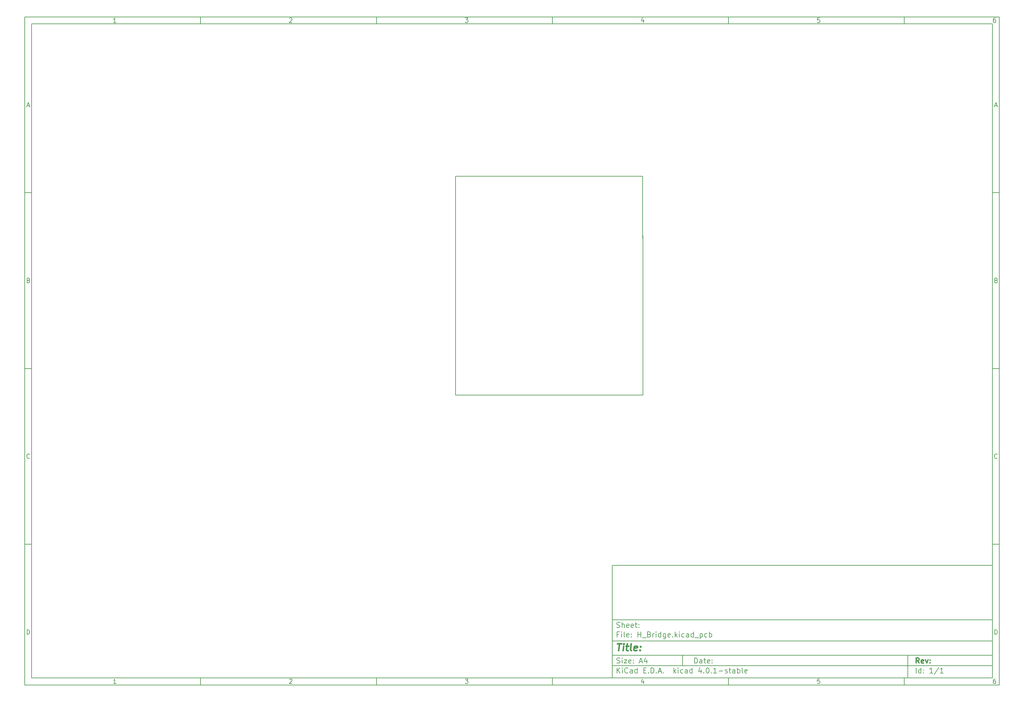
<source format=gbr>
G04 #@! TF.FileFunction,Profile,NP*
%FSLAX46Y46*%
G04 Gerber Fmt 4.6, Leading zero omitted, Abs format (unit mm)*
G04 Created by KiCad (PCBNEW 4.0.1-stable) date 2/4/2016 7:17:40 PM*
%MOMM*%
G01*
G04 APERTURE LIST*
%ADD10C,0.100000*%
%ADD11C,0.150000*%
%ADD12C,0.300000*%
%ADD13C,0.400000*%
G04 APERTURE END LIST*
D10*
D11*
X177002200Y-166007200D02*
X177002200Y-198007200D01*
X285002200Y-198007200D01*
X285002200Y-166007200D01*
X177002200Y-166007200D01*
D10*
D11*
X10000000Y-10000000D02*
X10000000Y-200007200D01*
X287002200Y-200007200D01*
X287002200Y-10000000D01*
X10000000Y-10000000D01*
D10*
D11*
X12000000Y-12000000D02*
X12000000Y-198007200D01*
X285002200Y-198007200D01*
X285002200Y-12000000D01*
X12000000Y-12000000D01*
D10*
D11*
X60000000Y-12000000D02*
X60000000Y-10000000D01*
D10*
D11*
X110000000Y-12000000D02*
X110000000Y-10000000D01*
D10*
D11*
X160000000Y-12000000D02*
X160000000Y-10000000D01*
D10*
D11*
X210000000Y-12000000D02*
X210000000Y-10000000D01*
D10*
D11*
X260000000Y-12000000D02*
X260000000Y-10000000D01*
D10*
D11*
X35990476Y-11588095D02*
X35247619Y-11588095D01*
X35619048Y-11588095D02*
X35619048Y-10288095D01*
X35495238Y-10473810D01*
X35371429Y-10597619D01*
X35247619Y-10659524D01*
D10*
D11*
X85247619Y-10411905D02*
X85309524Y-10350000D01*
X85433333Y-10288095D01*
X85742857Y-10288095D01*
X85866667Y-10350000D01*
X85928571Y-10411905D01*
X85990476Y-10535714D01*
X85990476Y-10659524D01*
X85928571Y-10845238D01*
X85185714Y-11588095D01*
X85990476Y-11588095D01*
D10*
D11*
X135185714Y-10288095D02*
X135990476Y-10288095D01*
X135557143Y-10783333D01*
X135742857Y-10783333D01*
X135866667Y-10845238D01*
X135928571Y-10907143D01*
X135990476Y-11030952D01*
X135990476Y-11340476D01*
X135928571Y-11464286D01*
X135866667Y-11526190D01*
X135742857Y-11588095D01*
X135371429Y-11588095D01*
X135247619Y-11526190D01*
X135185714Y-11464286D01*
D10*
D11*
X185866667Y-10721429D02*
X185866667Y-11588095D01*
X185557143Y-10226190D02*
X185247619Y-11154762D01*
X186052381Y-11154762D01*
D10*
D11*
X235928571Y-10288095D02*
X235309524Y-10288095D01*
X235247619Y-10907143D01*
X235309524Y-10845238D01*
X235433333Y-10783333D01*
X235742857Y-10783333D01*
X235866667Y-10845238D01*
X235928571Y-10907143D01*
X235990476Y-11030952D01*
X235990476Y-11340476D01*
X235928571Y-11464286D01*
X235866667Y-11526190D01*
X235742857Y-11588095D01*
X235433333Y-11588095D01*
X235309524Y-11526190D01*
X235247619Y-11464286D01*
D10*
D11*
X285866667Y-10288095D02*
X285619048Y-10288095D01*
X285495238Y-10350000D01*
X285433333Y-10411905D01*
X285309524Y-10597619D01*
X285247619Y-10845238D01*
X285247619Y-11340476D01*
X285309524Y-11464286D01*
X285371429Y-11526190D01*
X285495238Y-11588095D01*
X285742857Y-11588095D01*
X285866667Y-11526190D01*
X285928571Y-11464286D01*
X285990476Y-11340476D01*
X285990476Y-11030952D01*
X285928571Y-10907143D01*
X285866667Y-10845238D01*
X285742857Y-10783333D01*
X285495238Y-10783333D01*
X285371429Y-10845238D01*
X285309524Y-10907143D01*
X285247619Y-11030952D01*
D10*
D11*
X60000000Y-198007200D02*
X60000000Y-200007200D01*
D10*
D11*
X110000000Y-198007200D02*
X110000000Y-200007200D01*
D10*
D11*
X160000000Y-198007200D02*
X160000000Y-200007200D01*
D10*
D11*
X210000000Y-198007200D02*
X210000000Y-200007200D01*
D10*
D11*
X260000000Y-198007200D02*
X260000000Y-200007200D01*
D10*
D11*
X35990476Y-199595295D02*
X35247619Y-199595295D01*
X35619048Y-199595295D02*
X35619048Y-198295295D01*
X35495238Y-198481010D01*
X35371429Y-198604819D01*
X35247619Y-198666724D01*
D10*
D11*
X85247619Y-198419105D02*
X85309524Y-198357200D01*
X85433333Y-198295295D01*
X85742857Y-198295295D01*
X85866667Y-198357200D01*
X85928571Y-198419105D01*
X85990476Y-198542914D01*
X85990476Y-198666724D01*
X85928571Y-198852438D01*
X85185714Y-199595295D01*
X85990476Y-199595295D01*
D10*
D11*
X135185714Y-198295295D02*
X135990476Y-198295295D01*
X135557143Y-198790533D01*
X135742857Y-198790533D01*
X135866667Y-198852438D01*
X135928571Y-198914343D01*
X135990476Y-199038152D01*
X135990476Y-199347676D01*
X135928571Y-199471486D01*
X135866667Y-199533390D01*
X135742857Y-199595295D01*
X135371429Y-199595295D01*
X135247619Y-199533390D01*
X135185714Y-199471486D01*
D10*
D11*
X185866667Y-198728629D02*
X185866667Y-199595295D01*
X185557143Y-198233390D02*
X185247619Y-199161962D01*
X186052381Y-199161962D01*
D10*
D11*
X235928571Y-198295295D02*
X235309524Y-198295295D01*
X235247619Y-198914343D01*
X235309524Y-198852438D01*
X235433333Y-198790533D01*
X235742857Y-198790533D01*
X235866667Y-198852438D01*
X235928571Y-198914343D01*
X235990476Y-199038152D01*
X235990476Y-199347676D01*
X235928571Y-199471486D01*
X235866667Y-199533390D01*
X235742857Y-199595295D01*
X235433333Y-199595295D01*
X235309524Y-199533390D01*
X235247619Y-199471486D01*
D10*
D11*
X285866667Y-198295295D02*
X285619048Y-198295295D01*
X285495238Y-198357200D01*
X285433333Y-198419105D01*
X285309524Y-198604819D01*
X285247619Y-198852438D01*
X285247619Y-199347676D01*
X285309524Y-199471486D01*
X285371429Y-199533390D01*
X285495238Y-199595295D01*
X285742857Y-199595295D01*
X285866667Y-199533390D01*
X285928571Y-199471486D01*
X285990476Y-199347676D01*
X285990476Y-199038152D01*
X285928571Y-198914343D01*
X285866667Y-198852438D01*
X285742857Y-198790533D01*
X285495238Y-198790533D01*
X285371429Y-198852438D01*
X285309524Y-198914343D01*
X285247619Y-199038152D01*
D10*
D11*
X10000000Y-60000000D02*
X12000000Y-60000000D01*
D10*
D11*
X10000000Y-110000000D02*
X12000000Y-110000000D01*
D10*
D11*
X10000000Y-160000000D02*
X12000000Y-160000000D01*
D10*
D11*
X10690476Y-35216667D02*
X11309524Y-35216667D01*
X10566667Y-35588095D02*
X11000000Y-34288095D01*
X11433333Y-35588095D01*
D10*
D11*
X11092857Y-84907143D02*
X11278571Y-84969048D01*
X11340476Y-85030952D01*
X11402381Y-85154762D01*
X11402381Y-85340476D01*
X11340476Y-85464286D01*
X11278571Y-85526190D01*
X11154762Y-85588095D01*
X10659524Y-85588095D01*
X10659524Y-84288095D01*
X11092857Y-84288095D01*
X11216667Y-84350000D01*
X11278571Y-84411905D01*
X11340476Y-84535714D01*
X11340476Y-84659524D01*
X11278571Y-84783333D01*
X11216667Y-84845238D01*
X11092857Y-84907143D01*
X10659524Y-84907143D01*
D10*
D11*
X11402381Y-135464286D02*
X11340476Y-135526190D01*
X11154762Y-135588095D01*
X11030952Y-135588095D01*
X10845238Y-135526190D01*
X10721429Y-135402381D01*
X10659524Y-135278571D01*
X10597619Y-135030952D01*
X10597619Y-134845238D01*
X10659524Y-134597619D01*
X10721429Y-134473810D01*
X10845238Y-134350000D01*
X11030952Y-134288095D01*
X11154762Y-134288095D01*
X11340476Y-134350000D01*
X11402381Y-134411905D01*
D10*
D11*
X10659524Y-185588095D02*
X10659524Y-184288095D01*
X10969048Y-184288095D01*
X11154762Y-184350000D01*
X11278571Y-184473810D01*
X11340476Y-184597619D01*
X11402381Y-184845238D01*
X11402381Y-185030952D01*
X11340476Y-185278571D01*
X11278571Y-185402381D01*
X11154762Y-185526190D01*
X10969048Y-185588095D01*
X10659524Y-185588095D01*
D10*
D11*
X287002200Y-60000000D02*
X285002200Y-60000000D01*
D10*
D11*
X287002200Y-110000000D02*
X285002200Y-110000000D01*
D10*
D11*
X287002200Y-160000000D02*
X285002200Y-160000000D01*
D10*
D11*
X285692676Y-35216667D02*
X286311724Y-35216667D01*
X285568867Y-35588095D02*
X286002200Y-34288095D01*
X286435533Y-35588095D01*
D10*
D11*
X286095057Y-84907143D02*
X286280771Y-84969048D01*
X286342676Y-85030952D01*
X286404581Y-85154762D01*
X286404581Y-85340476D01*
X286342676Y-85464286D01*
X286280771Y-85526190D01*
X286156962Y-85588095D01*
X285661724Y-85588095D01*
X285661724Y-84288095D01*
X286095057Y-84288095D01*
X286218867Y-84350000D01*
X286280771Y-84411905D01*
X286342676Y-84535714D01*
X286342676Y-84659524D01*
X286280771Y-84783333D01*
X286218867Y-84845238D01*
X286095057Y-84907143D01*
X285661724Y-84907143D01*
D10*
D11*
X286404581Y-135464286D02*
X286342676Y-135526190D01*
X286156962Y-135588095D01*
X286033152Y-135588095D01*
X285847438Y-135526190D01*
X285723629Y-135402381D01*
X285661724Y-135278571D01*
X285599819Y-135030952D01*
X285599819Y-134845238D01*
X285661724Y-134597619D01*
X285723629Y-134473810D01*
X285847438Y-134350000D01*
X286033152Y-134288095D01*
X286156962Y-134288095D01*
X286342676Y-134350000D01*
X286404581Y-134411905D01*
D10*
D11*
X285661724Y-185588095D02*
X285661724Y-184288095D01*
X285971248Y-184288095D01*
X286156962Y-184350000D01*
X286280771Y-184473810D01*
X286342676Y-184597619D01*
X286404581Y-184845238D01*
X286404581Y-185030952D01*
X286342676Y-185278571D01*
X286280771Y-185402381D01*
X286156962Y-185526190D01*
X285971248Y-185588095D01*
X285661724Y-185588095D01*
D10*
D11*
X200359343Y-193785771D02*
X200359343Y-192285771D01*
X200716486Y-192285771D01*
X200930771Y-192357200D01*
X201073629Y-192500057D01*
X201145057Y-192642914D01*
X201216486Y-192928629D01*
X201216486Y-193142914D01*
X201145057Y-193428629D01*
X201073629Y-193571486D01*
X200930771Y-193714343D01*
X200716486Y-193785771D01*
X200359343Y-193785771D01*
X202502200Y-193785771D02*
X202502200Y-193000057D01*
X202430771Y-192857200D01*
X202287914Y-192785771D01*
X202002200Y-192785771D01*
X201859343Y-192857200D01*
X202502200Y-193714343D02*
X202359343Y-193785771D01*
X202002200Y-193785771D01*
X201859343Y-193714343D01*
X201787914Y-193571486D01*
X201787914Y-193428629D01*
X201859343Y-193285771D01*
X202002200Y-193214343D01*
X202359343Y-193214343D01*
X202502200Y-193142914D01*
X203002200Y-192785771D02*
X203573629Y-192785771D01*
X203216486Y-192285771D02*
X203216486Y-193571486D01*
X203287914Y-193714343D01*
X203430772Y-193785771D01*
X203573629Y-193785771D01*
X204645057Y-193714343D02*
X204502200Y-193785771D01*
X204216486Y-193785771D01*
X204073629Y-193714343D01*
X204002200Y-193571486D01*
X204002200Y-193000057D01*
X204073629Y-192857200D01*
X204216486Y-192785771D01*
X204502200Y-192785771D01*
X204645057Y-192857200D01*
X204716486Y-193000057D01*
X204716486Y-193142914D01*
X204002200Y-193285771D01*
X205359343Y-193642914D02*
X205430771Y-193714343D01*
X205359343Y-193785771D01*
X205287914Y-193714343D01*
X205359343Y-193642914D01*
X205359343Y-193785771D01*
X205359343Y-192857200D02*
X205430771Y-192928629D01*
X205359343Y-193000057D01*
X205287914Y-192928629D01*
X205359343Y-192857200D01*
X205359343Y-193000057D01*
D10*
D11*
X177002200Y-194507200D02*
X285002200Y-194507200D01*
D10*
D11*
X178359343Y-196585771D02*
X178359343Y-195085771D01*
X179216486Y-196585771D02*
X178573629Y-195728629D01*
X179216486Y-195085771D02*
X178359343Y-195942914D01*
X179859343Y-196585771D02*
X179859343Y-195585771D01*
X179859343Y-195085771D02*
X179787914Y-195157200D01*
X179859343Y-195228629D01*
X179930771Y-195157200D01*
X179859343Y-195085771D01*
X179859343Y-195228629D01*
X181430772Y-196442914D02*
X181359343Y-196514343D01*
X181145057Y-196585771D01*
X181002200Y-196585771D01*
X180787915Y-196514343D01*
X180645057Y-196371486D01*
X180573629Y-196228629D01*
X180502200Y-195942914D01*
X180502200Y-195728629D01*
X180573629Y-195442914D01*
X180645057Y-195300057D01*
X180787915Y-195157200D01*
X181002200Y-195085771D01*
X181145057Y-195085771D01*
X181359343Y-195157200D01*
X181430772Y-195228629D01*
X182716486Y-196585771D02*
X182716486Y-195800057D01*
X182645057Y-195657200D01*
X182502200Y-195585771D01*
X182216486Y-195585771D01*
X182073629Y-195657200D01*
X182716486Y-196514343D02*
X182573629Y-196585771D01*
X182216486Y-196585771D01*
X182073629Y-196514343D01*
X182002200Y-196371486D01*
X182002200Y-196228629D01*
X182073629Y-196085771D01*
X182216486Y-196014343D01*
X182573629Y-196014343D01*
X182716486Y-195942914D01*
X184073629Y-196585771D02*
X184073629Y-195085771D01*
X184073629Y-196514343D02*
X183930772Y-196585771D01*
X183645058Y-196585771D01*
X183502200Y-196514343D01*
X183430772Y-196442914D01*
X183359343Y-196300057D01*
X183359343Y-195871486D01*
X183430772Y-195728629D01*
X183502200Y-195657200D01*
X183645058Y-195585771D01*
X183930772Y-195585771D01*
X184073629Y-195657200D01*
X185930772Y-195800057D02*
X186430772Y-195800057D01*
X186645058Y-196585771D02*
X185930772Y-196585771D01*
X185930772Y-195085771D01*
X186645058Y-195085771D01*
X187287915Y-196442914D02*
X187359343Y-196514343D01*
X187287915Y-196585771D01*
X187216486Y-196514343D01*
X187287915Y-196442914D01*
X187287915Y-196585771D01*
X188002201Y-196585771D02*
X188002201Y-195085771D01*
X188359344Y-195085771D01*
X188573629Y-195157200D01*
X188716487Y-195300057D01*
X188787915Y-195442914D01*
X188859344Y-195728629D01*
X188859344Y-195942914D01*
X188787915Y-196228629D01*
X188716487Y-196371486D01*
X188573629Y-196514343D01*
X188359344Y-196585771D01*
X188002201Y-196585771D01*
X189502201Y-196442914D02*
X189573629Y-196514343D01*
X189502201Y-196585771D01*
X189430772Y-196514343D01*
X189502201Y-196442914D01*
X189502201Y-196585771D01*
X190145058Y-196157200D02*
X190859344Y-196157200D01*
X190002201Y-196585771D02*
X190502201Y-195085771D01*
X191002201Y-196585771D01*
X191502201Y-196442914D02*
X191573629Y-196514343D01*
X191502201Y-196585771D01*
X191430772Y-196514343D01*
X191502201Y-196442914D01*
X191502201Y-196585771D01*
X194502201Y-196585771D02*
X194502201Y-195085771D01*
X194645058Y-196014343D02*
X195073629Y-196585771D01*
X195073629Y-195585771D02*
X194502201Y-196157200D01*
X195716487Y-196585771D02*
X195716487Y-195585771D01*
X195716487Y-195085771D02*
X195645058Y-195157200D01*
X195716487Y-195228629D01*
X195787915Y-195157200D01*
X195716487Y-195085771D01*
X195716487Y-195228629D01*
X197073630Y-196514343D02*
X196930773Y-196585771D01*
X196645059Y-196585771D01*
X196502201Y-196514343D01*
X196430773Y-196442914D01*
X196359344Y-196300057D01*
X196359344Y-195871486D01*
X196430773Y-195728629D01*
X196502201Y-195657200D01*
X196645059Y-195585771D01*
X196930773Y-195585771D01*
X197073630Y-195657200D01*
X198359344Y-196585771D02*
X198359344Y-195800057D01*
X198287915Y-195657200D01*
X198145058Y-195585771D01*
X197859344Y-195585771D01*
X197716487Y-195657200D01*
X198359344Y-196514343D02*
X198216487Y-196585771D01*
X197859344Y-196585771D01*
X197716487Y-196514343D01*
X197645058Y-196371486D01*
X197645058Y-196228629D01*
X197716487Y-196085771D01*
X197859344Y-196014343D01*
X198216487Y-196014343D01*
X198359344Y-195942914D01*
X199716487Y-196585771D02*
X199716487Y-195085771D01*
X199716487Y-196514343D02*
X199573630Y-196585771D01*
X199287916Y-196585771D01*
X199145058Y-196514343D01*
X199073630Y-196442914D01*
X199002201Y-196300057D01*
X199002201Y-195871486D01*
X199073630Y-195728629D01*
X199145058Y-195657200D01*
X199287916Y-195585771D01*
X199573630Y-195585771D01*
X199716487Y-195657200D01*
X202216487Y-195585771D02*
X202216487Y-196585771D01*
X201859344Y-195014343D02*
X201502201Y-196085771D01*
X202430773Y-196085771D01*
X203002201Y-196442914D02*
X203073629Y-196514343D01*
X203002201Y-196585771D01*
X202930772Y-196514343D01*
X203002201Y-196442914D01*
X203002201Y-196585771D01*
X204002201Y-195085771D02*
X204145058Y-195085771D01*
X204287915Y-195157200D01*
X204359344Y-195228629D01*
X204430773Y-195371486D01*
X204502201Y-195657200D01*
X204502201Y-196014343D01*
X204430773Y-196300057D01*
X204359344Y-196442914D01*
X204287915Y-196514343D01*
X204145058Y-196585771D01*
X204002201Y-196585771D01*
X203859344Y-196514343D01*
X203787915Y-196442914D01*
X203716487Y-196300057D01*
X203645058Y-196014343D01*
X203645058Y-195657200D01*
X203716487Y-195371486D01*
X203787915Y-195228629D01*
X203859344Y-195157200D01*
X204002201Y-195085771D01*
X205145058Y-196442914D02*
X205216486Y-196514343D01*
X205145058Y-196585771D01*
X205073629Y-196514343D01*
X205145058Y-196442914D01*
X205145058Y-196585771D01*
X206645058Y-196585771D02*
X205787915Y-196585771D01*
X206216487Y-196585771D02*
X206216487Y-195085771D01*
X206073630Y-195300057D01*
X205930772Y-195442914D01*
X205787915Y-195514343D01*
X207287915Y-196014343D02*
X208430772Y-196014343D01*
X209073629Y-196514343D02*
X209216486Y-196585771D01*
X209502201Y-196585771D01*
X209645058Y-196514343D01*
X209716486Y-196371486D01*
X209716486Y-196300057D01*
X209645058Y-196157200D01*
X209502201Y-196085771D01*
X209287915Y-196085771D01*
X209145058Y-196014343D01*
X209073629Y-195871486D01*
X209073629Y-195800057D01*
X209145058Y-195657200D01*
X209287915Y-195585771D01*
X209502201Y-195585771D01*
X209645058Y-195657200D01*
X210145058Y-195585771D02*
X210716487Y-195585771D01*
X210359344Y-195085771D02*
X210359344Y-196371486D01*
X210430772Y-196514343D01*
X210573630Y-196585771D01*
X210716487Y-196585771D01*
X211859344Y-196585771D02*
X211859344Y-195800057D01*
X211787915Y-195657200D01*
X211645058Y-195585771D01*
X211359344Y-195585771D01*
X211216487Y-195657200D01*
X211859344Y-196514343D02*
X211716487Y-196585771D01*
X211359344Y-196585771D01*
X211216487Y-196514343D01*
X211145058Y-196371486D01*
X211145058Y-196228629D01*
X211216487Y-196085771D01*
X211359344Y-196014343D01*
X211716487Y-196014343D01*
X211859344Y-195942914D01*
X212573630Y-196585771D02*
X212573630Y-195085771D01*
X212573630Y-195657200D02*
X212716487Y-195585771D01*
X213002201Y-195585771D01*
X213145058Y-195657200D01*
X213216487Y-195728629D01*
X213287916Y-195871486D01*
X213287916Y-196300057D01*
X213216487Y-196442914D01*
X213145058Y-196514343D01*
X213002201Y-196585771D01*
X212716487Y-196585771D01*
X212573630Y-196514343D01*
X214145059Y-196585771D02*
X214002201Y-196514343D01*
X213930773Y-196371486D01*
X213930773Y-195085771D01*
X215287915Y-196514343D02*
X215145058Y-196585771D01*
X214859344Y-196585771D01*
X214716487Y-196514343D01*
X214645058Y-196371486D01*
X214645058Y-195800057D01*
X214716487Y-195657200D01*
X214859344Y-195585771D01*
X215145058Y-195585771D01*
X215287915Y-195657200D01*
X215359344Y-195800057D01*
X215359344Y-195942914D01*
X214645058Y-196085771D01*
D10*
D11*
X177002200Y-191507200D02*
X285002200Y-191507200D01*
D10*
D12*
X264216486Y-193785771D02*
X263716486Y-193071486D01*
X263359343Y-193785771D02*
X263359343Y-192285771D01*
X263930771Y-192285771D01*
X264073629Y-192357200D01*
X264145057Y-192428629D01*
X264216486Y-192571486D01*
X264216486Y-192785771D01*
X264145057Y-192928629D01*
X264073629Y-193000057D01*
X263930771Y-193071486D01*
X263359343Y-193071486D01*
X265430771Y-193714343D02*
X265287914Y-193785771D01*
X265002200Y-193785771D01*
X264859343Y-193714343D01*
X264787914Y-193571486D01*
X264787914Y-193000057D01*
X264859343Y-192857200D01*
X265002200Y-192785771D01*
X265287914Y-192785771D01*
X265430771Y-192857200D01*
X265502200Y-193000057D01*
X265502200Y-193142914D01*
X264787914Y-193285771D01*
X266002200Y-192785771D02*
X266359343Y-193785771D01*
X266716485Y-192785771D01*
X267287914Y-193642914D02*
X267359342Y-193714343D01*
X267287914Y-193785771D01*
X267216485Y-193714343D01*
X267287914Y-193642914D01*
X267287914Y-193785771D01*
X267287914Y-192857200D02*
X267359342Y-192928629D01*
X267287914Y-193000057D01*
X267216485Y-192928629D01*
X267287914Y-192857200D01*
X267287914Y-193000057D01*
D10*
D11*
X178287914Y-193714343D02*
X178502200Y-193785771D01*
X178859343Y-193785771D01*
X179002200Y-193714343D01*
X179073629Y-193642914D01*
X179145057Y-193500057D01*
X179145057Y-193357200D01*
X179073629Y-193214343D01*
X179002200Y-193142914D01*
X178859343Y-193071486D01*
X178573629Y-193000057D01*
X178430771Y-192928629D01*
X178359343Y-192857200D01*
X178287914Y-192714343D01*
X178287914Y-192571486D01*
X178359343Y-192428629D01*
X178430771Y-192357200D01*
X178573629Y-192285771D01*
X178930771Y-192285771D01*
X179145057Y-192357200D01*
X179787914Y-193785771D02*
X179787914Y-192785771D01*
X179787914Y-192285771D02*
X179716485Y-192357200D01*
X179787914Y-192428629D01*
X179859342Y-192357200D01*
X179787914Y-192285771D01*
X179787914Y-192428629D01*
X180359343Y-192785771D02*
X181145057Y-192785771D01*
X180359343Y-193785771D01*
X181145057Y-193785771D01*
X182287914Y-193714343D02*
X182145057Y-193785771D01*
X181859343Y-193785771D01*
X181716486Y-193714343D01*
X181645057Y-193571486D01*
X181645057Y-193000057D01*
X181716486Y-192857200D01*
X181859343Y-192785771D01*
X182145057Y-192785771D01*
X182287914Y-192857200D01*
X182359343Y-193000057D01*
X182359343Y-193142914D01*
X181645057Y-193285771D01*
X183002200Y-193642914D02*
X183073628Y-193714343D01*
X183002200Y-193785771D01*
X182930771Y-193714343D01*
X183002200Y-193642914D01*
X183002200Y-193785771D01*
X183002200Y-192857200D02*
X183073628Y-192928629D01*
X183002200Y-193000057D01*
X182930771Y-192928629D01*
X183002200Y-192857200D01*
X183002200Y-193000057D01*
X184787914Y-193357200D02*
X185502200Y-193357200D01*
X184645057Y-193785771D02*
X185145057Y-192285771D01*
X185645057Y-193785771D01*
X186787914Y-192785771D02*
X186787914Y-193785771D01*
X186430771Y-192214343D02*
X186073628Y-193285771D01*
X187002200Y-193285771D01*
D10*
D11*
X263359343Y-196585771D02*
X263359343Y-195085771D01*
X264716486Y-196585771D02*
X264716486Y-195085771D01*
X264716486Y-196514343D02*
X264573629Y-196585771D01*
X264287915Y-196585771D01*
X264145057Y-196514343D01*
X264073629Y-196442914D01*
X264002200Y-196300057D01*
X264002200Y-195871486D01*
X264073629Y-195728629D01*
X264145057Y-195657200D01*
X264287915Y-195585771D01*
X264573629Y-195585771D01*
X264716486Y-195657200D01*
X265430772Y-196442914D02*
X265502200Y-196514343D01*
X265430772Y-196585771D01*
X265359343Y-196514343D01*
X265430772Y-196442914D01*
X265430772Y-196585771D01*
X265430772Y-195657200D02*
X265502200Y-195728629D01*
X265430772Y-195800057D01*
X265359343Y-195728629D01*
X265430772Y-195657200D01*
X265430772Y-195800057D01*
X268073629Y-196585771D02*
X267216486Y-196585771D01*
X267645058Y-196585771D02*
X267645058Y-195085771D01*
X267502201Y-195300057D01*
X267359343Y-195442914D01*
X267216486Y-195514343D01*
X269787914Y-195014343D02*
X268502200Y-196942914D01*
X271073629Y-196585771D02*
X270216486Y-196585771D01*
X270645058Y-196585771D02*
X270645058Y-195085771D01*
X270502201Y-195300057D01*
X270359343Y-195442914D01*
X270216486Y-195514343D01*
D10*
D11*
X177002200Y-187507200D02*
X285002200Y-187507200D01*
D10*
D13*
X178454581Y-188211962D02*
X179597438Y-188211962D01*
X178776010Y-190211962D02*
X179026010Y-188211962D01*
X180014105Y-190211962D02*
X180180771Y-188878629D01*
X180264105Y-188211962D02*
X180156962Y-188307200D01*
X180240295Y-188402438D01*
X180347439Y-188307200D01*
X180264105Y-188211962D01*
X180240295Y-188402438D01*
X180847438Y-188878629D02*
X181609343Y-188878629D01*
X181216486Y-188211962D02*
X181002200Y-189926248D01*
X181073630Y-190116724D01*
X181252201Y-190211962D01*
X181442677Y-190211962D01*
X182395058Y-190211962D02*
X182216487Y-190116724D01*
X182145057Y-189926248D01*
X182359343Y-188211962D01*
X183930772Y-190116724D02*
X183728391Y-190211962D01*
X183347439Y-190211962D01*
X183168867Y-190116724D01*
X183097438Y-189926248D01*
X183192676Y-189164343D01*
X183311724Y-188973867D01*
X183514105Y-188878629D01*
X183895057Y-188878629D01*
X184073629Y-188973867D01*
X184145057Y-189164343D01*
X184121248Y-189354819D01*
X183145057Y-189545295D01*
X184895057Y-190021486D02*
X184978392Y-190116724D01*
X184871248Y-190211962D01*
X184787915Y-190116724D01*
X184895057Y-190021486D01*
X184871248Y-190211962D01*
X185026010Y-188973867D02*
X185109344Y-189069105D01*
X185002200Y-189164343D01*
X184918867Y-189069105D01*
X185026010Y-188973867D01*
X185002200Y-189164343D01*
D10*
D11*
X178859343Y-185600057D02*
X178359343Y-185600057D01*
X178359343Y-186385771D02*
X178359343Y-184885771D01*
X179073629Y-184885771D01*
X179645057Y-186385771D02*
X179645057Y-185385771D01*
X179645057Y-184885771D02*
X179573628Y-184957200D01*
X179645057Y-185028629D01*
X179716485Y-184957200D01*
X179645057Y-184885771D01*
X179645057Y-185028629D01*
X180573629Y-186385771D02*
X180430771Y-186314343D01*
X180359343Y-186171486D01*
X180359343Y-184885771D01*
X181716485Y-186314343D02*
X181573628Y-186385771D01*
X181287914Y-186385771D01*
X181145057Y-186314343D01*
X181073628Y-186171486D01*
X181073628Y-185600057D01*
X181145057Y-185457200D01*
X181287914Y-185385771D01*
X181573628Y-185385771D01*
X181716485Y-185457200D01*
X181787914Y-185600057D01*
X181787914Y-185742914D01*
X181073628Y-185885771D01*
X182430771Y-186242914D02*
X182502199Y-186314343D01*
X182430771Y-186385771D01*
X182359342Y-186314343D01*
X182430771Y-186242914D01*
X182430771Y-186385771D01*
X182430771Y-185457200D02*
X182502199Y-185528629D01*
X182430771Y-185600057D01*
X182359342Y-185528629D01*
X182430771Y-185457200D01*
X182430771Y-185600057D01*
X184287914Y-186385771D02*
X184287914Y-184885771D01*
X184287914Y-185600057D02*
X185145057Y-185600057D01*
X185145057Y-186385771D02*
X185145057Y-184885771D01*
X185502200Y-186528629D02*
X186645057Y-186528629D01*
X187502200Y-185600057D02*
X187716486Y-185671486D01*
X187787914Y-185742914D01*
X187859343Y-185885771D01*
X187859343Y-186100057D01*
X187787914Y-186242914D01*
X187716486Y-186314343D01*
X187573628Y-186385771D01*
X187002200Y-186385771D01*
X187002200Y-184885771D01*
X187502200Y-184885771D01*
X187645057Y-184957200D01*
X187716486Y-185028629D01*
X187787914Y-185171486D01*
X187787914Y-185314343D01*
X187716486Y-185457200D01*
X187645057Y-185528629D01*
X187502200Y-185600057D01*
X187002200Y-185600057D01*
X188502200Y-186385771D02*
X188502200Y-185385771D01*
X188502200Y-185671486D02*
X188573628Y-185528629D01*
X188645057Y-185457200D01*
X188787914Y-185385771D01*
X188930771Y-185385771D01*
X189430771Y-186385771D02*
X189430771Y-185385771D01*
X189430771Y-184885771D02*
X189359342Y-184957200D01*
X189430771Y-185028629D01*
X189502199Y-184957200D01*
X189430771Y-184885771D01*
X189430771Y-185028629D01*
X190787914Y-186385771D02*
X190787914Y-184885771D01*
X190787914Y-186314343D02*
X190645057Y-186385771D01*
X190359343Y-186385771D01*
X190216485Y-186314343D01*
X190145057Y-186242914D01*
X190073628Y-186100057D01*
X190073628Y-185671486D01*
X190145057Y-185528629D01*
X190216485Y-185457200D01*
X190359343Y-185385771D01*
X190645057Y-185385771D01*
X190787914Y-185457200D01*
X192145057Y-185385771D02*
X192145057Y-186600057D01*
X192073628Y-186742914D01*
X192002200Y-186814343D01*
X191859343Y-186885771D01*
X191645057Y-186885771D01*
X191502200Y-186814343D01*
X192145057Y-186314343D02*
X192002200Y-186385771D01*
X191716486Y-186385771D01*
X191573628Y-186314343D01*
X191502200Y-186242914D01*
X191430771Y-186100057D01*
X191430771Y-185671486D01*
X191502200Y-185528629D01*
X191573628Y-185457200D01*
X191716486Y-185385771D01*
X192002200Y-185385771D01*
X192145057Y-185457200D01*
X193430771Y-186314343D02*
X193287914Y-186385771D01*
X193002200Y-186385771D01*
X192859343Y-186314343D01*
X192787914Y-186171486D01*
X192787914Y-185600057D01*
X192859343Y-185457200D01*
X193002200Y-185385771D01*
X193287914Y-185385771D01*
X193430771Y-185457200D01*
X193502200Y-185600057D01*
X193502200Y-185742914D01*
X192787914Y-185885771D01*
X194145057Y-186242914D02*
X194216485Y-186314343D01*
X194145057Y-186385771D01*
X194073628Y-186314343D01*
X194145057Y-186242914D01*
X194145057Y-186385771D01*
X194859343Y-186385771D02*
X194859343Y-184885771D01*
X195002200Y-185814343D02*
X195430771Y-186385771D01*
X195430771Y-185385771D02*
X194859343Y-185957200D01*
X196073629Y-186385771D02*
X196073629Y-185385771D01*
X196073629Y-184885771D02*
X196002200Y-184957200D01*
X196073629Y-185028629D01*
X196145057Y-184957200D01*
X196073629Y-184885771D01*
X196073629Y-185028629D01*
X197430772Y-186314343D02*
X197287915Y-186385771D01*
X197002201Y-186385771D01*
X196859343Y-186314343D01*
X196787915Y-186242914D01*
X196716486Y-186100057D01*
X196716486Y-185671486D01*
X196787915Y-185528629D01*
X196859343Y-185457200D01*
X197002201Y-185385771D01*
X197287915Y-185385771D01*
X197430772Y-185457200D01*
X198716486Y-186385771D02*
X198716486Y-185600057D01*
X198645057Y-185457200D01*
X198502200Y-185385771D01*
X198216486Y-185385771D01*
X198073629Y-185457200D01*
X198716486Y-186314343D02*
X198573629Y-186385771D01*
X198216486Y-186385771D01*
X198073629Y-186314343D01*
X198002200Y-186171486D01*
X198002200Y-186028629D01*
X198073629Y-185885771D01*
X198216486Y-185814343D01*
X198573629Y-185814343D01*
X198716486Y-185742914D01*
X200073629Y-186385771D02*
X200073629Y-184885771D01*
X200073629Y-186314343D02*
X199930772Y-186385771D01*
X199645058Y-186385771D01*
X199502200Y-186314343D01*
X199430772Y-186242914D01*
X199359343Y-186100057D01*
X199359343Y-185671486D01*
X199430772Y-185528629D01*
X199502200Y-185457200D01*
X199645058Y-185385771D01*
X199930772Y-185385771D01*
X200073629Y-185457200D01*
X200430772Y-186528629D02*
X201573629Y-186528629D01*
X201930772Y-185385771D02*
X201930772Y-186885771D01*
X201930772Y-185457200D02*
X202073629Y-185385771D01*
X202359343Y-185385771D01*
X202502200Y-185457200D01*
X202573629Y-185528629D01*
X202645058Y-185671486D01*
X202645058Y-186100057D01*
X202573629Y-186242914D01*
X202502200Y-186314343D01*
X202359343Y-186385771D01*
X202073629Y-186385771D01*
X201930772Y-186314343D01*
X203930772Y-186314343D02*
X203787915Y-186385771D01*
X203502201Y-186385771D01*
X203359343Y-186314343D01*
X203287915Y-186242914D01*
X203216486Y-186100057D01*
X203216486Y-185671486D01*
X203287915Y-185528629D01*
X203359343Y-185457200D01*
X203502201Y-185385771D01*
X203787915Y-185385771D01*
X203930772Y-185457200D01*
X204573629Y-186385771D02*
X204573629Y-184885771D01*
X204573629Y-185457200D02*
X204716486Y-185385771D01*
X205002200Y-185385771D01*
X205145057Y-185457200D01*
X205216486Y-185528629D01*
X205287915Y-185671486D01*
X205287915Y-186100057D01*
X205216486Y-186242914D01*
X205145057Y-186314343D01*
X205002200Y-186385771D01*
X204716486Y-186385771D01*
X204573629Y-186314343D01*
D10*
D11*
X177002200Y-181507200D02*
X285002200Y-181507200D01*
D10*
D11*
X178287914Y-183614343D02*
X178502200Y-183685771D01*
X178859343Y-183685771D01*
X179002200Y-183614343D01*
X179073629Y-183542914D01*
X179145057Y-183400057D01*
X179145057Y-183257200D01*
X179073629Y-183114343D01*
X179002200Y-183042914D01*
X178859343Y-182971486D01*
X178573629Y-182900057D01*
X178430771Y-182828629D01*
X178359343Y-182757200D01*
X178287914Y-182614343D01*
X178287914Y-182471486D01*
X178359343Y-182328629D01*
X178430771Y-182257200D01*
X178573629Y-182185771D01*
X178930771Y-182185771D01*
X179145057Y-182257200D01*
X179787914Y-183685771D02*
X179787914Y-182185771D01*
X180430771Y-183685771D02*
X180430771Y-182900057D01*
X180359342Y-182757200D01*
X180216485Y-182685771D01*
X180002200Y-182685771D01*
X179859342Y-182757200D01*
X179787914Y-182828629D01*
X181716485Y-183614343D02*
X181573628Y-183685771D01*
X181287914Y-183685771D01*
X181145057Y-183614343D01*
X181073628Y-183471486D01*
X181073628Y-182900057D01*
X181145057Y-182757200D01*
X181287914Y-182685771D01*
X181573628Y-182685771D01*
X181716485Y-182757200D01*
X181787914Y-182900057D01*
X181787914Y-183042914D01*
X181073628Y-183185771D01*
X183002199Y-183614343D02*
X182859342Y-183685771D01*
X182573628Y-183685771D01*
X182430771Y-183614343D01*
X182359342Y-183471486D01*
X182359342Y-182900057D01*
X182430771Y-182757200D01*
X182573628Y-182685771D01*
X182859342Y-182685771D01*
X183002199Y-182757200D01*
X183073628Y-182900057D01*
X183073628Y-183042914D01*
X182359342Y-183185771D01*
X183502199Y-182685771D02*
X184073628Y-182685771D01*
X183716485Y-182185771D02*
X183716485Y-183471486D01*
X183787913Y-183614343D01*
X183930771Y-183685771D01*
X184073628Y-183685771D01*
X184573628Y-183542914D02*
X184645056Y-183614343D01*
X184573628Y-183685771D01*
X184502199Y-183614343D01*
X184573628Y-183542914D01*
X184573628Y-183685771D01*
X184573628Y-182757200D02*
X184645056Y-182828629D01*
X184573628Y-182900057D01*
X184502199Y-182828629D01*
X184573628Y-182757200D01*
X184573628Y-182900057D01*
D10*
D11*
X197002200Y-191507200D02*
X197002200Y-194507200D01*
D10*
D11*
X261002200Y-191507200D02*
X261002200Y-198007200D01*
X185670000Y-117570000D02*
X185670000Y-72200000D01*
X132440000Y-117570000D02*
X185670000Y-117570000D01*
X132440000Y-55320000D02*
X132440000Y-117570000D01*
X133830000Y-55320000D02*
X132440000Y-55320000D01*
X185620000Y-55320000D02*
X133830000Y-55320000D01*
X185620000Y-55930000D02*
X185620000Y-55320000D01*
X185620000Y-57070000D02*
X185620000Y-55930000D01*
X185620000Y-58050000D02*
X185620000Y-57070000D01*
X185620000Y-72900000D02*
X185620000Y-58050000D01*
M02*

</source>
